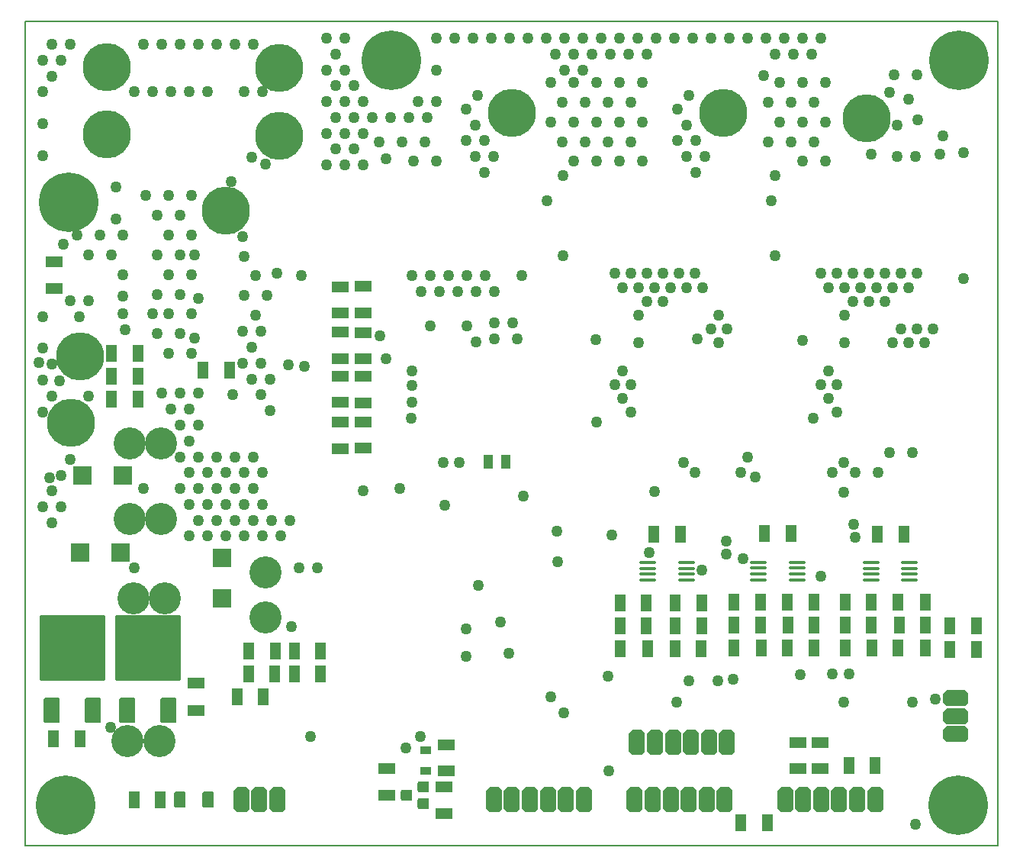
<source format=gbr>
G04 PROTEUS GERBER X2 FILE*
%TF.GenerationSoftware,Labcenter,Proteus,8.7-SP3-Build25561*%
%TF.CreationDate,2021-07-06T20:34:18+00:00*%
%TF.FileFunction,Soldermask,Bot*%
%TF.FilePolarity,Negative*%
%TF.Part,Single*%
%TF.SameCoordinates,{87e03e06-012a-4b1c-b44b-99ac6d4646d0}*%
%FSLAX45Y45*%
%MOMM*%
G01*
%TA.AperFunction,Material*%
%ADD52C,1.270000*%
%TA.AperFunction,Material*%
%ADD55C,5.334000*%
%AMPPAD070*
4,1,4,
-0.901700,0.571500,
-0.901700,-0.571500,
0.901700,-0.571500,
0.901700,0.571500,
-0.901700,0.571500,
0*%
%TA.AperFunction,Material*%
%ADD80PPAD070*%
%AMPPAD071*
4,1,36,
3.492500,3.619500,
-3.492500,3.619500,
-3.518470,3.616970,
-3.542480,3.609700,
-3.564080,3.598150,
-3.582790,3.582790,
-3.598150,3.564070,
-3.609700,3.542480,
-3.616970,3.518470,
-3.619500,3.492500,
-3.619500,-3.492500,
-3.616970,-3.518470,
-3.609700,-3.542480,
-3.598150,-3.564070,
-3.582790,-3.582790,
-3.564080,-3.598150,
-3.542480,-3.609700,
-3.518470,-3.616970,
-3.492500,-3.619500,
3.492500,-3.619500,
3.518470,-3.616970,
3.542480,-3.609700,
3.564080,-3.598150,
3.582790,-3.582790,
3.598150,-3.564070,
3.609700,-3.542480,
3.616970,-3.518470,
3.619500,-3.492500,
3.619500,3.492500,
3.616970,3.518470,
3.609700,3.542480,
3.598150,3.564070,
3.582790,3.582790,
3.564080,3.598150,
3.542480,3.609700,
3.518470,3.616970,
3.492500,3.619500,
0*%
%TA.AperFunction,Material*%
%ADD81PPAD071*%
%AMPPAD072*
4,1,36,
0.762000,1.397000,
-0.762000,1.397000,
-0.787970,1.394470,
-0.811980,1.387200,
-0.833580,1.375650,
-0.852290,1.360290,
-0.867650,1.341570,
-0.879200,1.319980,
-0.886470,1.295970,
-0.889000,1.270000,
-0.889000,-1.270000,
-0.886470,-1.295970,
-0.879200,-1.319980,
-0.867650,-1.341570,
-0.852290,-1.360290,
-0.833580,-1.375650,
-0.811980,-1.387200,
-0.787970,-1.394470,
-0.762000,-1.397000,
0.762000,-1.397000,
0.787970,-1.394470,
0.811980,-1.387200,
0.833580,-1.375650,
0.852290,-1.360290,
0.867650,-1.341570,
0.879200,-1.319980,
0.886470,-1.295970,
0.889000,-1.270000,
0.889000,1.270000,
0.886470,1.295970,
0.879200,1.319980,
0.867650,1.341570,
0.852290,1.360290,
0.833580,1.375650,
0.811980,1.387200,
0.787970,1.394470,
0.762000,1.397000,
0*%
%ADD82PPAD072*%
%AMPPAD073*
4,1,4,
0.571500,0.901700,
-0.571500,0.901700,
-0.571500,-0.901700,
0.571500,-0.901700,
0.571500,0.901700,
0*%
%TA.AperFunction,Material*%
%ADD83PPAD073*%
%TA.AperFunction,Material*%
%ADD65C,6.604000*%
%AMPPAD074*
4,1,36,
0.901700,-0.025400,
0.901700,0.025400,
0.898160,0.061750,
0.887980,0.095370,
0.871810,0.125600,
0.850300,0.151800,
0.824110,0.173310,
0.793870,0.189480,
0.760250,0.199660,
0.723900,0.203200,
-0.723900,0.203200,
-0.760250,0.199660,
-0.793870,0.189480,
-0.824110,0.173310,
-0.850300,0.151800,
-0.871810,0.125600,
-0.887980,0.095370,
-0.898160,0.061750,
-0.901700,0.025400,
-0.901700,-0.025400,
-0.898160,-0.061750,
-0.887980,-0.095370,
-0.871810,-0.125600,
-0.850300,-0.151800,
-0.824110,-0.173310,
-0.793870,-0.189480,
-0.760250,-0.199660,
-0.723900,-0.203200,
0.723900,-0.203200,
0.760250,-0.199660,
0.793870,-0.189480,
0.824110,-0.173310,
0.850300,-0.151800,
0.871810,-0.125600,
0.887980,-0.095370,
0.898160,-0.061750,
0.901700,-0.025400,
0*%
%TA.AperFunction,Material*%
%ADD84PPAD074*%
%AMPPAD075*
4,1,36,
-0.508000,-0.889000,
0.508000,-0.889000,
0.533970,-0.886470,
0.557980,-0.879200,
0.579580,-0.867650,
0.598290,-0.852290,
0.613650,-0.833570,
0.625200,-0.811980,
0.632470,-0.787970,
0.635000,-0.762000,
0.635000,0.762000,
0.632470,0.787970,
0.625200,0.811980,
0.613650,0.833570,
0.598290,0.852290,
0.579580,0.867650,
0.557980,0.879200,
0.533970,0.886470,
0.508000,0.889000,
-0.508000,0.889000,
-0.533970,0.886470,
-0.557980,0.879200,
-0.579580,0.867650,
-0.598290,0.852290,
-0.613650,0.833570,
-0.625200,0.811980,
-0.632470,0.787970,
-0.635000,0.762000,
-0.635000,-0.762000,
-0.632470,-0.787970,
-0.625200,-0.811980,
-0.613650,-0.833570,
-0.598290,-0.852290,
-0.579580,-0.867650,
-0.557980,-0.879200,
-0.533970,-0.886470,
-0.508000,-0.889000,
0*%
%TA.AperFunction,Material*%
%ADD85PPAD075*%
%AMPPAD065*
4,1,8,
-1.397000,-0.509800,
-1.397000,0.509800,
-1.017800,0.889000,
1.017800,0.889000,
1.397000,0.509800,
1.397000,-0.509800,
1.017800,-0.889000,
-1.017800,-0.889000,
-1.397000,-0.509800,
0*%
%TA.AperFunction,Material*%
%ADD75PPAD065*%
%AMPPAD066*
4,1,8,
-0.509800,1.397000,
0.509800,1.397000,
0.889000,1.017800,
0.889000,-1.017800,
0.509800,-1.397000,
-0.509800,-1.397000,
-0.889000,-1.017800,
-0.889000,1.017800,
-0.509800,1.397000,
0*%
%TA.AperFunction,Material*%
%ADD76PPAD066*%
%TA.AperFunction,Material*%
%ADD77C,3.556000*%
%AMPPAD076*
4,1,4,
-0.469900,-0.723900,
0.469900,-0.723900,
0.469900,0.723900,
-0.469900,0.723900,
-0.469900,-0.723900,
0*%
%ADD86PPAD076*%
%AMPPAD077*
4,1,36,
0.635000,-0.444500,
0.635000,0.444500,
0.632470,0.470470,
0.625200,0.494480,
0.613650,0.516080,
0.598290,0.534790,
0.579570,0.550150,
0.557980,0.561700,
0.533970,0.568970,
0.508000,0.571500,
-0.508000,0.571500,
-0.533970,0.568970,
-0.557980,0.561700,
-0.579570,0.550150,
-0.598290,0.534790,
-0.613650,0.516080,
-0.625200,0.494480,
-0.632470,0.470470,
-0.635000,0.444500,
-0.635000,-0.444500,
-0.632470,-0.470470,
-0.625200,-0.494480,
-0.613650,-0.516080,
-0.598290,-0.534790,
-0.579570,-0.550150,
-0.557980,-0.561700,
-0.533970,-0.568970,
-0.508000,-0.571500,
0.508000,-0.571500,
0.533970,-0.568970,
0.557980,-0.561700,
0.579570,-0.550150,
0.598290,-0.534790,
0.613650,-0.516080,
0.625200,-0.494480,
0.632470,-0.470470,
0.635000,-0.444500,
0*%
%TA.AperFunction,Material*%
%ADD87PPAD077*%
%AMPPAD078*
4,1,4,
-1.054100,1.054100,
-1.054100,-1.054100,
1.054100,-1.054100,
1.054100,1.054100,
-1.054100,1.054100,
0*%
%TA.AperFunction,Material*%
%ADD88PPAD078*%
%AMPPAD079*
4,1,36,
-0.571500,0.317500,
-0.571500,-0.317500,
-0.568970,-0.343470,
-0.561700,-0.367480,
-0.550150,-0.389080,
-0.534790,-0.407790,
-0.516070,-0.423150,
-0.494480,-0.434700,
-0.470470,-0.441970,
-0.444500,-0.444500,
0.444500,-0.444500,
0.470470,-0.441970,
0.494480,-0.434700,
0.516070,-0.423150,
0.534790,-0.407790,
0.550150,-0.389080,
0.561700,-0.367480,
0.568970,-0.343470,
0.571500,-0.317500,
0.571500,0.317500,
0.568970,0.343470,
0.561700,0.367480,
0.550150,0.389080,
0.534790,0.407790,
0.516070,0.423150,
0.494480,0.434700,
0.470470,0.441970,
0.444500,0.444500,
-0.444500,0.444500,
-0.470470,0.441970,
-0.494480,0.434700,
-0.516070,0.423150,
-0.534790,0.407790,
-0.550150,0.389080,
-0.561700,0.367480,
-0.568970,0.343470,
-0.571500,0.317500,
0*%
%ADD89PPAD079*%
%TA.AperFunction,Profile*%
%ADD38C,0.203200*%
%TD.AperFunction*%
D52*
X+3225800Y+1174750D03*
X+3479800Y+1174750D03*
X+5257800Y+1174750D03*
X+5511800Y+1174750D03*
X+5765800Y+1174750D03*
X+7543800Y+1174750D03*
X+7797800Y+1174750D03*
X+3098800Y+1394720D03*
X+3352800Y+1394720D03*
X+4876800Y+1394720D03*
X+5130800Y+1394720D03*
X+5384800Y+1394720D03*
X+5638800Y+1394720D03*
X+7162800Y+1394720D03*
X+7416800Y+1394720D03*
X+7670800Y+1394720D03*
X+4749800Y+1614690D03*
X+5003800Y+1614690D03*
X+5257800Y+1614690D03*
X+5511800Y+1614690D03*
X+5765800Y+1614690D03*
X+7289800Y+1614690D03*
X+7543800Y+1614690D03*
X+7797800Y+1614690D03*
X+4876800Y+1834660D03*
X+5130800Y+1834660D03*
X+5384800Y+1834660D03*
X+5638800Y+1834660D03*
X+7162800Y+1834660D03*
X+7416800Y+1834660D03*
X+7670800Y+1834660D03*
X+4749800Y+2054630D03*
X+5003800Y+2054630D03*
X+5257800Y+2054630D03*
X+5511800Y+2054630D03*
X+5765800Y+2054630D03*
X+7289800Y+2054630D03*
X+7543800Y+2054630D03*
X+7797800Y+2054630D03*
X+6375400Y-793750D03*
X+3213100Y-1497654D03*
X+3213100Y-1308100D03*
X+3213100Y-1145702D03*
X+4127500Y-617774D03*
X+4330700Y-617774D03*
X+3314700Y-265822D03*
X+3517900Y-265822D03*
X+3721100Y-265822D03*
X+3924300Y-265822D03*
X+4127500Y-265822D03*
X+3213100Y-89846D03*
X+3416300Y-89846D03*
X+3619500Y-89846D03*
X+3822700Y-89846D03*
X+4025900Y-89846D03*
X+4432300Y-89846D03*
X+4013200Y+1052310D03*
X+3911600Y+1228286D03*
X+4114800Y+1228286D03*
X+3810000Y+1404262D03*
X+4013200Y+1404262D03*
X+3911600Y+1580238D03*
X+3810000Y+1756214D03*
X+3937000Y+1905000D03*
X+8597900Y+1228286D03*
X+8801100Y+1228286D03*
X+8597900Y+1580238D03*
X+8724900Y+1866900D03*
X+6363969Y+1052310D03*
X+6262369Y+1228286D03*
X+6465569Y+1228286D03*
X+6160769Y+1404262D03*
X+6363969Y+1404262D03*
X+6262369Y+1580238D03*
X+6160769Y+1756214D03*
X+6286500Y+1905000D03*
X+7747000Y-3429000D03*
X+6428649Y-3363510D03*
X+3200400Y-1676400D03*
X+4127500Y-793750D03*
X+4381500Y-793750D03*
X+5003800Y+1174750D03*
X-134100Y-5105400D03*
X+1870921Y-3983646D03*
X+1472186Y-535190D03*
X+1345186Y-315220D03*
X+1599186Y-315220D03*
X+1472186Y-95250D03*
X+1345186Y+124720D03*
X+1714500Y-63500D03*
X+1206500Y+952500D03*
X+1587500Y+1143000D03*
X+2844800Y+1394720D03*
X+8305800Y+1257545D03*
X+9067800Y+1257545D03*
X+8509000Y+1943100D03*
X+8559800Y+2137425D03*
X+8813800Y+2137425D03*
X+2921000Y+1206500D03*
X+4889500Y+1016000D03*
X+4889500Y+127000D03*
X+9334500Y-127000D03*
X+9334500Y+1270000D03*
X+7239000Y+1016000D03*
X+7239000Y+127000D03*
X+4191000Y-3937000D03*
X+7519052Y-4519896D03*
X+7874000Y-4508500D03*
X+3811743Y-4009908D03*
X+3810000Y-4318000D03*
X+4445000Y-2540000D03*
X+6858000Y-2278425D03*
X+508000Y-958605D03*
X+762000Y-958605D03*
X+381000Y-738635D03*
X+635000Y-738635D03*
X+0Y-518665D03*
X+508000Y-518665D03*
X+762000Y-518665D03*
X+381000Y-298695D03*
X+635000Y-298695D03*
X+0Y-78725D03*
X+508000Y-78725D03*
X+762000Y-78725D03*
X-381000Y+141245D03*
X-127000Y+141245D03*
X+381000Y+141245D03*
X+635000Y+141245D03*
X-508000Y+361215D03*
X-254000Y+361215D03*
X+0Y+361215D03*
X+508000Y+361215D03*
X+762000Y+361215D03*
X+381000Y+581185D03*
X+635000Y+581185D03*
X+254000Y+801155D03*
X+508000Y+801155D03*
X+762000Y+801155D03*
X+5384021Y-4535575D03*
X+4283159Y-4283011D03*
X+4826045Y-3267760D03*
X+2667000Y-2476500D03*
X+7543800Y-812800D03*
X+8127850Y-2993866D03*
X+8118219Y-2853714D03*
X+5249412Y-804176D03*
X+6696244Y-3035770D03*
X+5257800Y-1714500D03*
X+5905500Y-2489200D03*
X+6883138Y-3230089D03*
X+6698805Y-3180794D03*
X+7664736Y-1676863D03*
X+8001000Y-2498395D03*
X+6350000Y-2278425D03*
X+7874000Y-2278425D03*
X+8128000Y-2278425D03*
X+8382000Y-2278425D03*
X+8509000Y-2058455D03*
X+8763000Y-2058455D03*
X+1218186Y-1415070D03*
X+1980186Y-95250D03*
X+3924300Y-823914D03*
X+3416300Y-647938D03*
X+3822700Y-647938D03*
X+7924800Y-1608885D03*
X+7835900Y-1454906D03*
X+7747000Y-1300927D03*
X+7924800Y-1300927D03*
X+7835900Y-1146948D03*
X+8013700Y-838990D03*
X+8547100Y-838990D03*
X+8724900Y-838990D03*
X+8902700Y-838990D03*
X+8636000Y-685011D03*
X+8813800Y-685011D03*
X+8991600Y-685011D03*
X+8013700Y-531032D03*
X+8102600Y-377053D03*
X+8280400Y-377053D03*
X+8458200Y-377053D03*
X+7835900Y-223074D03*
X+8013700Y-223074D03*
X+8191500Y-223074D03*
X+8369300Y-223074D03*
X+8547100Y-223074D03*
X+8724900Y-223074D03*
X+7747000Y-69095D03*
X+7924800Y-69095D03*
X+8102600Y-69095D03*
X+8280400Y-69095D03*
X+8458200Y-69095D03*
X+8636000Y-69095D03*
X+8813800Y-69095D03*
X+5638800Y-1608885D03*
X+5549900Y-1454906D03*
X+5461000Y-1300927D03*
X+5638800Y-1300927D03*
X+5549900Y-1146948D03*
X+5727700Y-838990D03*
X+6616700Y-838990D03*
X+6527800Y-685011D03*
X+6705600Y-685011D03*
X+5727700Y-531032D03*
X+6616700Y-531032D03*
X+5816600Y-377053D03*
X+5994400Y-377053D03*
X+5549900Y-223074D03*
X+5727700Y-223074D03*
X+5905500Y-223074D03*
X+6083300Y-223074D03*
X+6261100Y-223074D03*
X+6438900Y-223074D03*
X+5461000Y-69095D03*
X+5638800Y-69095D03*
X+5816600Y-69095D03*
X+5994400Y-69095D03*
X+6172200Y-69095D03*
X+6350000Y-69095D03*
X+7023100Y-2322420D03*
X+3556000Y-2168441D03*
X+3733800Y-2168441D03*
X+6223000Y-2168441D03*
X+8001000Y-2168441D03*
X+800100Y-782630D03*
X+0Y-320693D03*
X+800100Y+141244D03*
X+4711700Y+738213D03*
X+7200900Y+738213D03*
X+7112000Y+2124024D03*
X+8826500Y+1638300D03*
X+9105900Y+1460500D03*
X+2014205Y-1094840D03*
X+1841500Y-1079500D03*
X+8802625Y-6177544D03*
X+8064500Y-4508500D03*
X+8001000Y-4826000D03*
X+5397500Y-5588000D03*
X+6286500Y-4584700D03*
X+6604000Y-4584700D03*
X+6153231Y-4826944D03*
X+6778656Y-4571579D03*
X+9017000Y-4790567D03*
X+8763000Y-4826000D03*
X+2082800Y-5207000D03*
X+127000Y-3334134D03*
X+1955800Y-3334134D03*
X+2159000Y-3334134D03*
X+736600Y-2982182D03*
X+939800Y-2982182D03*
X+1143000Y-2982182D03*
X+1346200Y-2982182D03*
X+1549400Y-2982182D03*
X+1752600Y-2982182D03*
X+838200Y-2806206D03*
X+1041400Y-2806206D03*
X+1244600Y-2806206D03*
X+1447800Y-2806206D03*
X+1651000Y-2806206D03*
X+1854200Y-2806206D03*
X+736600Y-2630230D03*
X+939800Y-2630230D03*
X+1143000Y-2630230D03*
X+1346200Y-2630230D03*
X+1549400Y-2630230D03*
X+228600Y-2454254D03*
X+635000Y-2454254D03*
X+838200Y-2454254D03*
X+1041400Y-2454254D03*
X+1244600Y-2454254D03*
X+1447800Y-2454254D03*
X+3073400Y-2454254D03*
X+736600Y-2278278D03*
X+939800Y-2278278D03*
X+1143000Y-2278278D03*
X+1346200Y-2278278D03*
X+1549400Y-2278278D03*
X+635000Y-2102302D03*
X+838200Y-2102302D03*
X+1041400Y-2102302D03*
X+1244600Y-2102302D03*
X+1447800Y-2102302D03*
X+6934200Y-2102302D03*
X+736600Y-1926326D03*
X+635000Y-1750350D03*
X+838200Y-1750350D03*
X+533400Y-1574374D03*
X+736600Y-1574374D03*
X+431800Y-1398398D03*
X+635000Y-1398398D03*
X+838200Y-1398398D03*
X+25400Y-694494D03*
X+330200Y-518518D03*
X+838200Y-342542D03*
X-660400Y+254000D03*
X-76200Y+537338D03*
X-76200Y+889290D03*
X-889000Y+1241242D03*
X-889000Y+1593194D03*
X-889000Y+1945146D03*
X+127000Y+1945146D03*
X+330200Y+1945146D03*
X+533400Y+1945146D03*
X+736600Y+1945146D03*
X+939800Y+1945146D03*
X+1346200Y+1945146D03*
X+1549400Y+1945146D03*
X-787400Y+2121122D03*
X-889000Y+2297098D03*
X-685800Y+2297098D03*
X-787400Y+2473074D03*
X-584200Y+2473074D03*
X+228600Y+2473074D03*
X+431800Y+2473074D03*
X+635000Y+2473074D03*
X+838200Y+2473074D03*
X+1041400Y+2473074D03*
X+1244600Y+2473074D03*
X+1447800Y+2473074D03*
X+2260600Y+1134306D03*
X+2463800Y+1134306D03*
X+2667000Y+1134306D03*
X+2362200Y+1310282D03*
X+2565400Y+1310282D03*
X+2260600Y+1486258D03*
X+2463800Y+1486258D03*
X+2667000Y+1486258D03*
X+2362200Y+1662234D03*
X+2565400Y+1662234D03*
X+2768600Y+1662234D03*
X+2971800Y+1662234D03*
X+3175000Y+1662234D03*
X+3378200Y+1662234D03*
X+2260600Y+1838210D03*
X+2463800Y+1838210D03*
X+2667000Y+1838210D03*
X+3276600Y+1838210D03*
X+3479800Y+1838210D03*
X+2362200Y+2014186D03*
X+2565400Y+2014186D03*
X+2260600Y+2190162D03*
X+2463800Y+2190162D03*
X+3479800Y+2190162D03*
X+4902200Y+2190162D03*
X+5105400Y+2190162D03*
X+2362200Y+2366138D03*
X+4800600Y+2366138D03*
X+5003800Y+2366138D03*
X+5207000Y+2366138D03*
X+5410200Y+2366138D03*
X+5613400Y+2366138D03*
X+5816600Y+2366138D03*
X+7239000Y+2366138D03*
X+7442200Y+2366138D03*
X+7645400Y+2366138D03*
X+2260600Y+2542114D03*
X+2463800Y+2542114D03*
X+3479800Y+2542114D03*
X+3683000Y+2542114D03*
X+3886200Y+2542114D03*
X+4089400Y+2542114D03*
X+4292600Y+2542114D03*
X+4495800Y+2542114D03*
X+4699000Y+2542114D03*
X+4902200Y+2542114D03*
X+5105400Y+2542114D03*
X+5308600Y+2542114D03*
X+5511800Y+2542114D03*
X+5715000Y+2542114D03*
X+5918200Y+2542114D03*
X+6121400Y+2542114D03*
X+6324600Y+2542114D03*
X+6527800Y+2542114D03*
X+6731000Y+2542114D03*
X+6934200Y+2542114D03*
X+7137400Y+2542114D03*
X+7340600Y+2542114D03*
X+7543800Y+2542114D03*
X+7747000Y+2542114D03*
X-787400Y-2834768D03*
X-889000Y-2658792D03*
X-685800Y-2658792D03*
X-787400Y-2482816D03*
X-698500Y-1257300D03*
X-685800Y-2306840D03*
X-812800Y-2336800D03*
X-584200Y-2130864D03*
X-927100Y-1054100D03*
X-889000Y-1602936D03*
X-787400Y-1426960D03*
X-381000Y-1426960D03*
X-889000Y-1250984D03*
X-787400Y-1075008D03*
X-889000Y-899032D03*
X-889000Y-547080D03*
X-482600Y-547080D03*
X-584200Y-371104D03*
X-381000Y-371104D03*
X+1638300Y-1591046D03*
X+1536700Y-1415070D03*
X+1435100Y-1239094D03*
X+1638300Y-1239094D03*
X+1333500Y-1063118D03*
X+1536700Y-1063118D03*
X+1435100Y-887142D03*
X+1333500Y-711166D03*
X+1536700Y-711166D03*
X+1333500Y+344690D03*
X+1435100Y+1224570D03*
X+3145817Y-5333103D03*
X+4895850Y-4946650D03*
X+3944752Y-3532550D03*
X+5431385Y-2971800D03*
X+2857500Y-762000D03*
X+2921000Y-1016000D03*
X+3576345Y-2643122D03*
X+4818888Y-2925288D03*
X+5842000Y-3162300D03*
X+3302000Y-5207000D03*
X+4752309Y-4765009D03*
D55*
X+4318000Y+1714500D03*
X+6667500Y+1714500D03*
X+8255000Y+1651000D03*
D80*
X+2413000Y-716000D03*
X+2413000Y-1016000D03*
X+2413000Y-218000D03*
X+2413000Y-508000D03*
X+2667000Y-208000D03*
X+2667000Y-508000D03*
X+2667000Y-726000D03*
X+2667000Y-1016000D03*
D81*
X-553200Y-4224020D03*
D82*
X-324600Y-4914900D03*
X-781800Y-4914900D03*
D81*
X+285000Y-4224020D03*
D82*
X+513600Y-4914900D03*
X+56400Y-4914900D03*
D83*
X+173000Y-1460500D03*
X-127000Y-1460500D03*
X+173000Y-952500D03*
X-127000Y-952500D03*
X+173000Y-1206500D03*
X-127000Y-1206500D03*
X+889000Y-1143000D03*
X+1189000Y-1143000D03*
D65*
X-602309Y+718491D03*
D55*
X-571500Y-1727200D03*
D83*
X-469100Y-5232400D03*
X-769100Y-5232400D03*
D80*
X+818400Y-4914900D03*
X+818400Y-4614900D03*
X+2667000Y-1206500D03*
X+2667000Y-1506500D03*
X+2413000Y-1714500D03*
X+2413000Y-2014500D03*
X+2667000Y-1714500D03*
X+2667000Y-2004500D03*
X+2413000Y-1206500D03*
X+2413000Y-1496500D03*
D84*
X+6259000Y-3273402D03*
X+6259000Y-3338402D03*
X+6259000Y-3403402D03*
X+6259000Y-3468402D03*
X+5829000Y-3468402D03*
X+5829000Y-3403402D03*
X+5829000Y-3338402D03*
X+5829000Y-3273402D03*
X+7486107Y-3273033D03*
X+7486107Y-3338033D03*
X+7486107Y-3403033D03*
X+7486107Y-3468033D03*
X+7056107Y-3468033D03*
X+7056107Y-3403033D03*
X+7056107Y-3338033D03*
X+7056107Y-3273033D03*
X+8735869Y-3274533D03*
X+8735869Y-3339533D03*
X+8735869Y-3404533D03*
X+8735869Y-3469533D03*
X+8305869Y-3469533D03*
X+8305869Y-3404533D03*
X+8305869Y-3339533D03*
X+8305869Y-3274533D03*
D83*
X+6195500Y-2957402D03*
X+5895500Y-2957402D03*
X+7422607Y-2957033D03*
X+7122607Y-2957033D03*
X+8672369Y-2958533D03*
X+8372369Y-2958533D03*
X+6432000Y-3719402D03*
X+6132000Y-3719402D03*
X+7676607Y-3719033D03*
X+7376607Y-3719033D03*
X+8908869Y-3719033D03*
X+8608869Y-3719033D03*
X+6432000Y-3973402D03*
X+6132000Y-3973402D03*
X+5824500Y-4227402D03*
X+5524500Y-4227402D03*
X+5524500Y-3719402D03*
X+5814500Y-3719402D03*
X+6422000Y-4227402D03*
X+6132000Y-4227402D03*
X+5814500Y-3973402D03*
X+5524500Y-3973402D03*
X+6787607Y-3719033D03*
X+7077607Y-3719033D03*
X+7676607Y-3973033D03*
X+7386607Y-3973033D03*
X+7077607Y-3973033D03*
X+6787607Y-3973033D03*
X+8019869Y-3719033D03*
X+8309869Y-3719033D03*
X+8908869Y-3973033D03*
X+8618869Y-3973033D03*
X+8309869Y-3973033D03*
X+8019869Y-3973033D03*
X+7087607Y-4227033D03*
X+6787607Y-4227033D03*
X+7676607Y-4227033D03*
X+7376607Y-4227033D03*
X+8319869Y-4227033D03*
X+8019869Y-4227033D03*
X+8908869Y-4227033D03*
X+8608869Y-4227033D03*
X+7158000Y-6159500D03*
X+6858000Y-6159500D03*
X+1697000Y-4254500D03*
X+1397000Y-4254500D03*
D80*
X-762000Y+63500D03*
X-762000Y-236500D03*
D85*
X+635000Y-5905500D03*
X+949960Y-5905500D03*
D75*
X+9245600Y-5181500D03*
X+9245600Y-4981500D03*
X+9245600Y-4781500D03*
D83*
X+8064500Y-5524500D03*
X+8354500Y-5524500D03*
D80*
X+7493000Y-5270500D03*
X+7493000Y-5560500D03*
X+7737500Y-5560500D03*
X+7737500Y-5270500D03*
D83*
X+9184200Y-4241800D03*
X+9474200Y-4241800D03*
X+419100Y-5905500D03*
X+129100Y-5905500D03*
X+1905000Y-4508500D03*
X+2195000Y-4508500D03*
X+1905000Y-4254500D03*
X+2195000Y-4254500D03*
X+1397000Y-4508500D03*
X+1687000Y-4508500D03*
X+1560000Y-4762500D03*
X+1270000Y-4762500D03*
D76*
X+8356500Y-5905500D03*
X+8156500Y-5905500D03*
X+7956500Y-5905500D03*
X+7756500Y-5905500D03*
X+7556500Y-5905500D03*
X+7356500Y-5905500D03*
D55*
X-469900Y-990600D03*
X+1146547Y+625845D03*
X-177800Y+1473200D03*
X-177800Y+2223200D03*
X+1739900Y+1460500D03*
X+1739900Y+2210500D03*
D65*
X+9283700Y+2298700D03*
X+2984500Y+2298700D03*
X+9271000Y-5969000D03*
X-635000Y-5969000D03*
D76*
X+4124500Y-5905500D03*
X+4324500Y-5905500D03*
X+4524500Y-5905500D03*
X+4724500Y-5905500D03*
X+4924500Y-5905500D03*
X+5124500Y-5905500D03*
X+5686500Y-5905500D03*
X+5886500Y-5905500D03*
X+6086500Y-5905500D03*
X+6286500Y-5905500D03*
X+6486500Y-5905500D03*
X+6686500Y-5905500D03*
X+5712000Y-5270500D03*
X+5912000Y-5270500D03*
X+6112000Y-5270500D03*
X+6312000Y-5270500D03*
X+6512000Y-5270500D03*
X+6712000Y-5270500D03*
X+1722731Y-5905500D03*
X+1522731Y-5905500D03*
X+1322731Y-5905500D03*
D77*
X+1587500Y-3886200D03*
X+1587500Y-3386200D03*
D86*
X+4054500Y-2159000D03*
X+4254500Y-2159000D03*
D80*
X+3589358Y-5587074D03*
X+3589358Y-5297074D03*
X+3568700Y-5767900D03*
X+3568700Y-6057900D03*
X+2933700Y-5854700D03*
X+2933700Y-5564700D03*
D87*
X+3149600Y-5859780D03*
X+3340100Y-5765800D03*
X+3340100Y-5953760D03*
D88*
X-19900Y-3162300D03*
X-469900Y-3162300D03*
X+5500Y-2311400D03*
X-444500Y-2311400D03*
X+1104900Y-3225800D03*
X+1104900Y-3675800D03*
D83*
X+9474200Y-3975100D03*
X+9184200Y-3975100D03*
D77*
X+76200Y-1955800D03*
X+426200Y-1955800D03*
X+76200Y-2794000D03*
X+426200Y-2794000D03*
D89*
X+3365500Y-5588897D03*
X+3365500Y-5353947D03*
D77*
X+56400Y-5257800D03*
X+406400Y-5257800D03*
X+119900Y-3670300D03*
X+469900Y-3670300D03*
D38*
X-1079500Y-6413500D02*
X+9715500Y-6413500D01*
X+9715500Y+2730500D01*
X-1079500Y+2730500D01*
X-1079500Y-6413500D01*
M02*

</source>
